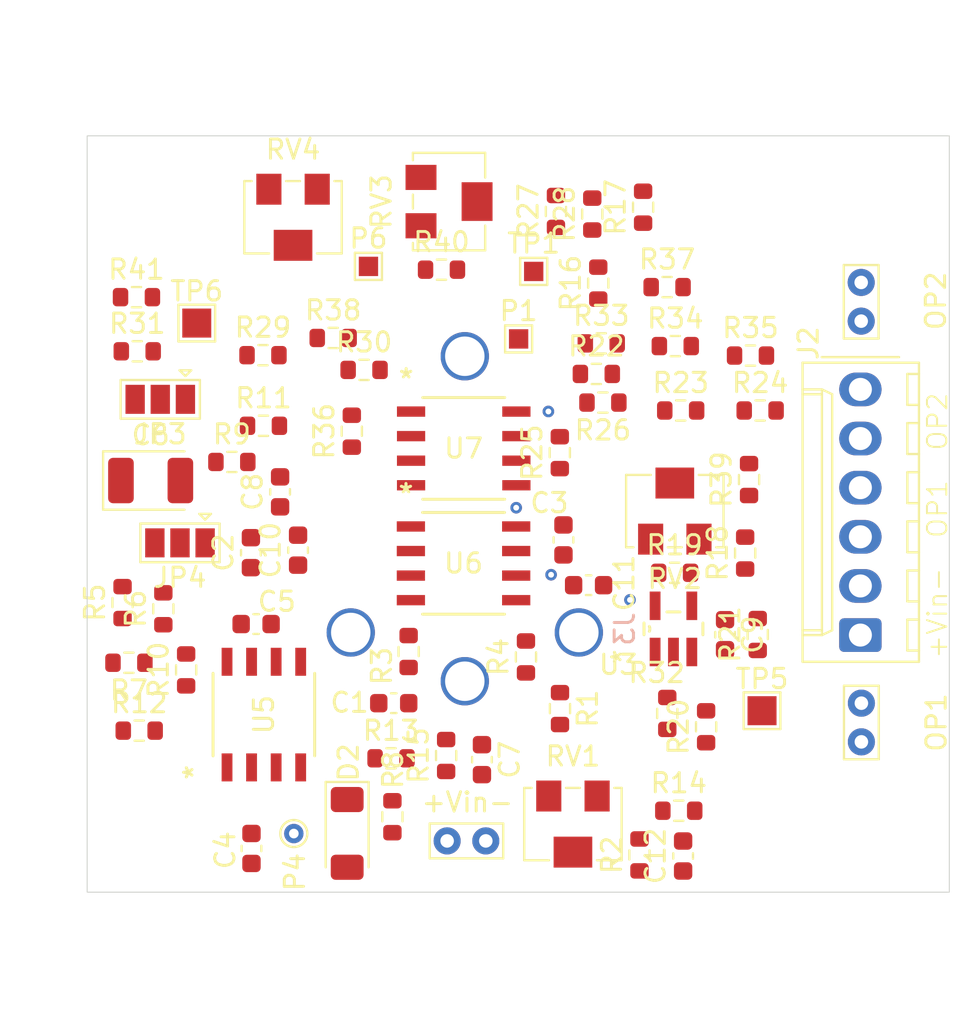
<source format=kicad_pcb>
(kicad_pcb (version 20240108) (generator "pcbnew") (generator_version "8.0")
  (layers (0 "F.Cu" signal) (31 "B.Cu" signal) (34 "B.Paste" user) (35 "F.Paste" user) (36 "B.SilkS" user "B.Silkscreen") (37 "F.SilkS" user "F.Silkscreen") (38 "B.Mask" user) (39 "F.Mask" user) (44 "Edge.Cuts" user))
  (net 0 "")
  (net 1 "Net-(C1-Pad2)")
  (net 2 "/Op-Amps/U1AO")
  (net 3 "/Op-Amps/U2AO")
  (net 4 "/Op-Amps/U2A-")
  (net 5 "/Op-Amps/U1B-")
  (net 6 "/Op-Amps/U1BO")
  (net 7 "/6V")
  (net 8 "GND")
  (net 9 "/2.5V")
  (net 10 "Net-(JP3-A)")
  (net 11 "/Op-Amps/U2B-")
  (net 12 "/Op-Amps/U2BO")
  (net 13 "/OP2")
  (net 14 "/Op-Amps/U3O")
  (net 15 "/Op-Amps/U3-")
  (net 16 "/OP1")
  (net 17 "/Vin")
  (net 18 "/CE")
  (net 19 "/Vmid")
  (net 20 "/Vce")
  (net 21 "/RE")
  (net 22 "/Op-Amps/U1A-")
  (net 23 "/WE1")
  (net 24 "/Voff")
  (net 25 "/WE2")
  (net 26 "/Vpot1")
  (net 27 "/Vpot2")
  (net 28 "Net-(R16-Pad2)")
  (net 29 "Net-(R18-Pad2)")
  (net 30 "Net-(R22-Pad2)")
  (net 31 "Net-(R23-Pad1)")
  (net 32 "Net-(R25-Pad1)")
  (net 33 "Net-(R26-Pad2)")
  (net 34 "/Op-Amps/U2B+")
  (net 35 "/Op-Amps/U3+")
  (footprint "Resistor_SMD:R_0603_1608Metric" (layer "F.Cu") (at 32.7367 30.46)
    (property "Reference" "R38" (at 0 -1.43 0) (layer "F.SilkS"))
    (property "Value" "180k")
    (pad "1" smd roundrect (at -0.825 0) (size 0.8 0.95) (layers "F.Cu" "F.Paste" "F.Mask") (net 30 "Net-(R22-Pad2)"))
    (pad "2" smd roundrect (at 0.825 0) (size 0.8 0.95) (layers "F.Cu" "F.Paste" "F.Mask") (net 15 "/Op-Amps/U3-"))
  )
  (footprint "Capacitor_Tantalum_SMD:CP_EIA-3528-12_Kemet-T" (layer "F.Cu") (at 23.2942 37.83)
    (property "Reference" "C6" (at 0 -2.35 0) (layer "F.SilkS"))
    (property "Value" "100uF/4V")
    (pad "1" smd roundrect (at -1.5375 0) (size 1.325 2.35) (layers "F.Cu" "F.Paste" "F.Mask") (roundrect_rratio 0.188679) (net 9 "/2.5V"))
    (pad "2" smd roundrect (at 1.5375 0) (size 1.325 2.35) (layers "F.Cu" "F.Paste" "F.Mask") (roundrect_rratio 0.188679) (net 10 "Net-(JP3-A)"))
  )
  (footprint "TestPoint:TestPoint_Bridge_Pitch2.0mm_Drill0.7mm" (layer "F.Cu") (at 60.0617 51.34 90)
    (property "Reference" "OP1" (at 1 3.88 90) (layer "F.SilkS"))
    (property "Value" "TestPoint_Bridge_Pitch2.0mm_Drill0.7mm")
    (pad "1" thru_hole circle (at 0 0 90) (size 1.4 1.4) (drill 0.7) (layers "*.Cu" "*.Mask") (net 16 "/OP1"))
    (pad "1" thru_hole circle (at 2 0 90) (size 1.4 1.4) (drill 0.7) (layers "*.Cu" "*.Mask") (net 8 "GND"))
  )
  (footprint "TestPoint:TestPoint_THTPad_D1.0mm_Drill0.5mm" (layer "F.Cu") (at 30.7 56.08)
    (property "Reference" "P4" (at 0.05 1.99 90) (layer "F.SilkS"))
    (property "Value" "TestPoint_THTPad_D1.0mm_Drill0.5mm")
    (pad "1" thru_hole circle (at 0 0) (size 1 1) (drill 0.5) (layers "*.Cu" "*.Mask") (net 7 "/6V"))
  )
  (footprint "Resistor_SMD:R_0603_1608Metric" (layer "F.Cu") (at 54.25 37.78 90)
    (property "Reference" "R39" (at 0 -1.43 90) (layer "F.SilkS"))
    (property "Value" "200k")
    (pad "1" smd roundrect (at -0.825 0 90) (size 0.8 0.95) (layers "F.Cu" "F.Paste" "F.Mask") (net 35 "/Op-Amps/U3+"))
    (pad "2" smd roundrect (at 0.825 0 90) (size 0.8 0.95) (layers "F.Cu" "F.Paste" "F.Mask") (net 6 "/Op-Amps/U1BO"))
  )
  (footprint "Resistor_SMD:R_0603_1608Metric" (layer "F.Cu") (at 22.6 31.15)
    (property "Reference" "R31" (at 0 -1.43 0) (layer "F.SilkS"))
    (property "Value" "180k")
    (pad "1" smd roundrect (at -0.825 0) (size 0.8 0.95) (layers "F.Cu" "F.Paste" "F.Mask") (net 33 "Net-(R26-Pad2)"))
    (pad "2" smd roundrect (at 0.825 0) (size 0.8 0.95) (layers "F.Cu" "F.Paste" "F.Mask") (net 11 "/Op-Amps/U2B-"))
  )
  (footprint "Resistor_SMD:R_0603_1608Metric" (layer "F.Cu") (at 35.8 55.21 -90)
    (property "Reference" "R8" (at -2.42 -0.03 90) (layer "F.SilkS"))
    (property "Value" "22R")
    (pad "1" smd roundrect (at -0.825 0 270) (size 0.8 0.95) (layers "F.Cu" "F.Paste" "F.Mask") (net 7 "/6V"))
    (pad "2" smd roundrect (at 0.825 0 270) (size 0.8 0.95) (layers "F.Cu" "F.Paste" "F.Mask") (net 17 "/Vin"))
  )
  (footprint "Potentiometer_SMD:Potentiometer_Bourns_3214W_Vertical" (layer "F.Cu") (at 50.41 39.41 180)
    (property "Reference" "RV2" (at 0 -3.5 360) (layer "F.SilkS"))
    (property "Value" "NC")
    (pad "1" smd rect (at 1.25 -1.45 180) (size 1.3 1.6) (layers "F.Cu" "F.Paste" "F.Mask") (net 6 "/Op-Amps/U1BO"))
    (pad "2" smd rect (at 0 1.45 180) (size 2 1.6) (layers "F.Cu" "F.Paste" "F.Mask") (net 29 "Net-(R18-Pad2)"))
    (pad "3" smd rect (at -1.25 -1.45 180) (size 1.3 1.6) (layers "F.Cu" "F.Paste" "F.Mask") (net 29 "Net-(R18-Pad2)"))
  )
  (footprint "Resistor_SMD:R_0603_1608Metric" (layer "F.Cu") (at 48.77 23.7 90)
    (property "Reference" "R17" (at 0 -1.43 90) (layer "F.SilkS"))
    (property "Value" "47k")
    (pad "1" smd roundrect (at -0.825 0 90) (size 0.8 0.95) (layers "F.Cu" "F.Paste" "F.Mask") (net 3 "/Op-Amps/U2AO"))
    (pad "2" smd roundrect (at 0.825 0 90) (size 0.8 0.95) (layers "F.Cu" "F.Paste" "F.Mask") (net 28 "Net-(R16-Pad2)"))
  )
  (footprint "Resistor_SMD:R_0603_1608Metric" (layer "F.Cu") (at 50.0117 27.83)
    (property "Reference" "R37" (at 0 -1.43 0) (layer "F.SilkS"))
    (property "Value" "NC")
    (pad "1" smd roundrect (at -0.825 0) (size 0.8 0.95) (layers "F.Cu" "F.Paste" "F.Mask") (net 30 "Net-(R22-Pad2)"))
    (pad "2" smd roundrect (at 0.825 0) (size 0.8 0.95) (layers "F.Cu" "F.Paste" "F.Mask") (net 35 "/Op-Amps/U3+"))
  )
  (footprint "Capacitor_SMD:C_0603_1608Metric" (layer "F.Cu") (at 30.92 41.43 90)
    (property "Reference" "C10" (at 0 -1.43 90) (layer "F.SilkS"))
    (property "Value" "220pF")
    (pad "1" smd roundrect (at -0.775 0 90) (size 0.9 0.95) (layers "F.Cu" "F.Paste" "F.Mask") (net 8 "GND"))
    (pad "2" smd roundrect (at 0.775 0 90) (size 0.9 0.95) (layers "F.Cu" "F.Paste" "F.Mask") (net 16 "/OP1"))
  )
  (footprint "Resistor_SMD:R_0603_1608Metric" (layer "F.Cu") (at 36.64 46.67 90)
    (property "Reference" "R3" (at -0.75 -1.39 90) (layer "F.SilkS"))
    (property "Value" "10k")
    (pad "1" smd roundrect (at -0.825 0 90) (size 0.8 0.95) (layers "F.Cu" "F.Paste" "F.Mask") (net 1 "Net-(C1-Pad2)"))
    (pad "2" smd roundrect (at 0.825 0 90) (size 0.8 0.95) (layers "F.Cu" "F.Paste" "F.Mask") (net 22 "/Op-Amps/U1A-"))
  )
  (footprint "Resistor_SMD:R_0603_1608Metric" (layer "F.Cu") (at 23.95 44.46 90)
    (property "Reference" "R6" (at 0 -1.43 90) (layer "F.SilkS"))
    (property "Value" "NC")
    (pad "1" smd roundrect (at -0.825 0 90) (size 0.8 0.95) (layers "F.Cu" "F.Paste" "F.Mask") (net 3 "/Op-Amps/U2AO"))
    (pad "2" smd roundrect (at 0.825 0 90) (size 0.8 0.95) (layers "F.Cu" "F.Paste" "F.Mask") (net 5 "/Op-Amps/U1B-"))
  )
  (footprint "Diode_SMD:D_MiniMELF" (layer "F.Cu") (at 33.46 56.0725 -90)
    (property "Reference" "D2" (at -3.6675 -0.07 90) (layer "F.SilkS"))
    (property "Value" "D_Zener")
    (pad "1" smd roundrect (at -1.75 0 270) (size 1.3 1.7) (layers "F.Cu" "F.Paste" "F.Mask") (roundrect_rratio 0.1923076923) (net 7 "/6V"))
    (pad "2" smd roundrect (at 1.75 0 270) (size 1.3 1.7) (layers "F.Cu" "F.Paste" "F.Mask") (roundrect_rratio 0.1923076923) (net 8 "GND"))
  )
  (footprint "Resistor_SMD:R_0603_1608Metric" (layer "F.Cu") (at 22.56 28.35)
    (property "Reference" "R41" (at 0 -1.43 0) (layer "F.SilkS"))
    (property "Value" "22k")
    (pad "1" smd roundrect (at -0.825 0) (size 0.8 0.95) (layers "F.Cu" "F.Paste" "F.Mask") (net 16 "/OP1"))
    (pad "2" smd roundrect (at 0.825 0) (size 0.8 0.95) (layers "F.Cu" "F.Paste" "F.Mask") (net 8 "GND"))
  )
  (footprint "Resistor_SMD:R_0603_1608Metric" (layer "F.Cu") (at 46.45 27.625 90)
    (property "Reference" "R16" (at 0 -1.43 90) (layer "F.SilkS"))
    (property "Value" "100k")
    (pad "1" smd roundrect (at -0.825 0 90) (size 0.8 0.95) (layers "F.Cu" "F.Paste" "F.Mask") (net 4 "/Op-Amps/U2A-"))
    (pad "2" smd roundrect (at 0.825 0 90) (size 0.8 0.95) (layers "F.Cu" "F.Paste" "F.Mask") (net 28 "Net-(R16-Pad2)"))
  )
  (footprint "Jumper:SolderJumper-3_P1.3mm_Open_Pad1.0x1.5mm" (layer "F.Cu") (at 24.8117 41.0525 180)
    (property "Reference" "JP4" (at 0 -1.8 0) (layer "F.SilkS"))
    (property "Value" "SolderJumper_3_Open")
    (pad "1" smd rect (at -1.3 0 180) (size 1 1.5) (layers "F.Cu" "F.Mask") (net 10 "Net-(JP3-A)"))
    (pad "2" smd rect (at 0 0 180) (size 1 1.5) (layers "F.Cu" "F.Mask") (net 20 "/Vce"))
    (pad "3" smd rect (at 1.3 0 180) (size 1 1.5) (layers "F.Cu" "F.Mask") (net 9 "/2.5V"))
  )
  (footprint "Resistor_SMD:R_0603_1608Metric" (layer "F.Cu") (at 54.7 45.79 90)
    (property "Reference" "R21" (at 0 -1.43 90) (layer "F.SilkS"))
    (property "Value" "1M")
    (pad "1" smd roundrect (at -0.825 0 90) (size 0.8 0.95) (layers "F.Cu" "F.Paste" "F.Mask") (net 16 "/OP1"))
    (pad "2" smd roundrect (at 0.825 0 90) (size 0.8 0.95) (layers "F.Cu" "F.Paste" "F.Mask") (net 15 "/Op-Amps/U3-"))
  )
  (footprint "Resistor_SMD:R_0603_1608Metric" (layer "F.Cu") (at 50.615 54.9)
    (property "Reference" "R14" (at 0 -1.43 0) (layer "F.SilkS"))
    (property "Value" "0R")
    (pad "1" smd roundrect (at -0.825 0) (size 0.8 0.95) (layers "F.Cu" "F.Paste" "F.Mask") (net 9 "/2.5V"))
    (pad "2" smd roundrect (at 0.825 0) (size 0.8 0.95) (layers "F.Cu" "F.Paste" "F.Mask") (net 27 "/Vpot2"))
  )
  (footprint "Capacitor_SMD:C_0603_1608Metric" (layer "F.Cu") (at 28.75 45.25 180)
    (property "Reference" "C5" (at -1.07 1.16 0) (layer "F.SilkS"))
    (property "Value" "100nF")
    (pad "1" smd roundrect (at -0.775 0 180) (size 0.9 0.95) (layers "F.Cu" "F.Paste" "F.Mask") (net 9 "/2.5V"))
    (pad "2" smd roundrect (at 0.775 0 180) (size 0.9 0.95) (layers "F.Cu" "F.Paste" "F.Mask") (net 8 "GND"))
  )
  (footprint "Capacitor_SMD:C_0603_1608Metric" (layer "F.Cu") (at 40.4317 52.26 -90)
    (property "Reference" "C7" (at 0 -1.43 90) (layer "F.SilkS"))
    (property "Value" "10nF")
    (pad "1" smd roundrect (at -0.775 0 270) (size 0.9 0.95) (layers "F.Cu" "F.Paste" "F.Mask") (net 11 "/Op-Amps/U2B-"))
    (pad "2" smd roundrect (at 0.775 0 270) (size 0.9 0.95) (layers "F.Cu" "F.Paste" "F.Mask") (net 12 "/Op-Amps/U2BO"))
  )
  (footprint "Resistor_SMD:R_0603_1608Metric" (layer "F.Cu") (at 52.03 50.56 90)
    (property "Reference" "R20" (at 0 -1.43 90) (layer "F.SilkS"))
    (property "Value" "NC")
    (pad "1" smd roundrect (at -0.825 0 90) (size 0.8 0.95) (layers "F.Cu" "F.Paste" "F.Mask") (net 15 "/Op-Amps/U3-"))
    (pad "2" smd roundrect (at 0.825 0 90) (size 0.8 0.95) (layers "F.Cu" "F.Paste" "F.Mask") (net 6 "/Op-Amps/U1BO"))
  )
  (footprint "Resistor_SMD:R_0603_1608Metric" (layer "F.Cu") (at 21.84 44.14 90)
    (property "Reference" "R5" (at 0 -1.43 90) (layer "F.SilkS"))
    (property "Value" "1M")
    (pad "1" smd roundrect (at -0.825 0 90) (size 0.8 0.95) (layers "F.Cu" "F.Paste" "F.Mask") (net 24 "/Voff"))
    (pad "2" smd roundrect (at 0.825 0 90) (size 0.8 0.95) (layers "F.Cu" "F.Paste" "F.Mask") (net 5 "/Op-Amps/U1B-"))
  )
  (footprint "Capacitor_SMD:C_0603_1608Metric" (layer "F.Cu") (at 29.99 38.415 90)
    (property "Reference" "C8" (at 0 -1.43 90) (layer "F.SilkS"))
    (property "Value" "220pF")
    (pad "1" smd roundrect (at -0.775 0 90) (size 0.9 0.95) (layers "F.Cu" "F.Paste" "F.Mask") (net 8 "GND"))
    (pad "2" smd roundrect (at 0.775 0 90) (size 0.9 0.95) (layers "F.Cu" "F.Paste" "F.Mask") (net 13 "/OP2"))
  )
  (footprint "Resistor_SMD:R_0603_1608Metric" (layer "F.Cu") (at 48.5817 57.185 90)
    (property "Reference" "R2" (at 0 -1.43 90) (layer "F.SilkS"))
    (property "Value" "10k")
    (pad "1" smd roundrect (at -0.825 0 90) (size 0.8 0.95) (layers "F.Cu" "F.Paste" "F.Mask") (net 21 "/RE"))
    (pad "2" smd roundrect (at 0.825 0 90) (size 0.8 0.95) (layers "F.Cu" "F.Paste" "F.Mask") (net 1 "Net-(C1-Pad2)"))
  )
  (footprint "Potentiometer_SMD:Potentiometer_Bourns_3214W_Vertical" (layer "F.Cu") (at 30.66 24.22)
    (property "Reference" "RV4" (at 0 -3.5 0) (layer "F.SilkS"))
    (property "Value" "NC")
    (pad "1" smd rect (at 1.25 -1.45) (size 1.3 1.6) (layers "F.Cu" "F.Paste" "F.Mask") (net 27 "/Vpot2"))
    (pad "2" smd rect (at 0 1.45) (size 2 1.6) (layers "F.Cu" "F.Paste" "F.Mask") (net 33 "Net-(R26-Pad2)"))
    (pad "3" smd rect (at -1.25 -1.45) (size 1.3 1.6) (layers "F.Cu" "F.Paste" "F.Mask") (net 32 "Net-(R25-Pad1)"))
  )
  (footprint "VR ISL21090 BFZ25:M8_15_INR" (layer "F.Cu") (at 29.15 49.93 90)
    (property "Reference" "U5" (at 0 0 90) (layer "F.SilkS"))
    (property "Value" "ISL21090BFB825Z-TK")
    (fp_text user "*" (at -2.9845 -3.6068 90) (layer "F.SilkS"))
    (fp_text user "*" (at -2.9845 -3.6068 90) (layer "F.SilkS"))
    (pad "1" smd rect (at -2.7305 -1.905 90) (size 1.4478 0.5588) (layers "F.Cu" "F.Paste" "F.Mask"))
    (pad "2" smd rect (at -2.7305 -0.635 90) (size 1.4478 0.5588) (layers "F.Cu" "F.Paste" "F.Mask") (net 7 "/6V"))
    (pad "3" smd rect (at -2.7305 0.635 90) (size 1.4478 0.5588) (layers "F.Cu" "F.Paste" "F.Mask"))
    (pad "4" smd rect (at -2.7305 1.905 90) (size 1.4478 0.5588) (layers "F.Cu" "F.Paste" "F.Mask") (net 8 "GND"))
    (pad "5" smd rect (at 2.7305 1.905 90) (size 1.4478 0.5588) (layers "F.Cu" "F.Paste" "F.Mask"))
    (pad "6" smd rect (at 2.7305 0.635 90) (size 1.4478 0.5588) (layers "F.Cu" "F.Paste" "F.Mask") (net 9 "/2.5V"))
    (pad "7" smd rect (at 2.7305 -0.635 90) (size 1.4478 0.5588) (layers "F.Cu" "F.Paste" "F.Mask"))
    (pad "8" smd rect (at 2.7305 -1.905 90) (size 1.4478 0.5588) (layers "F.Cu" "F.Paste" "F.Mask"))
  )
  (footprint "Resistor_SMD:R_0603_1608Metric" (layer "F.Cu") (at 50.435 30.88)
    (property "Reference" "R34" (at 0 -1.43 0) (layer "F.SilkS"))
    (property "Value" "22k")
    (pad "1" smd roundrect (at -0.825 0) (size 0.8 0.95) (layers "F.Cu" "F.Paste" "F.Mask") (net 8 "GND"))
    (pad "2" smd roundrect (at 0.825 0) (size 0.8 0.95) (layers "F.Cu" "F.Paste" "F.Mask") (net 13 "/OP2"))
  )
  (footprint "Resistor_SMD:R_0603_1608Metric" (layer "F.Cu") (at 46.35 32.32)
    (property "Reference" "R22" (at 0 -1.43 0) (layer "F.SilkS"))
    (property "Value" "4.7k")
    (pad "1" smd roundrect (at -0.825 0) (size 0.8 0.95) (layers "F.Cu" "F.Paste" "F.Mask") (net 26 "/Vpot1"))
    (pad "2" smd roundrect (at 0.825 0) (size 0.8 0.95) (layers "F.Cu" "F.Paste" "F.Mask") (net 30 "Net-(R22-Pad2)"))
  )
  (footprint "Resistor_SMD:R_0603_1608Metric" (layer "F.Cu") (at 50.715 34.21)
    (property "Reference" "R23" (at 0 -1.43 0) (layer "F.SilkS"))
    (property "Value" "200k")
    (pad "1" smd roundrect (at -0.825 0) (size 0.8 0.95) (layers "F.Cu" "F.Paste" "F.Mask") (net 31 "Net-(R23-Pad1)"))
    (pad "2" smd roundrect (at 0.825 0) (size 0.8 0.95) (layers "F.Cu" "F.Paste" "F.Mask") (net 8 "GND"))
  )
  (footprint "Resistor_SMD:R_0603_1608Metric" (layer "F.Cu") (at 44.47 49.62 -90)
    (property "Reference" "R1" (at 0 -1.43 90) (layer "F.SilkS"))
    (property "Value" "10R")
    (pad "1" smd roundrect (at -0.825 0 270) (size 0.8 0.95) (layers "F.Cu" "F.Paste" "F.Mask") (net 18 "/CE"))
    (pad "2" smd roundrect (at 0.825 0 270) (size 0.8 0.95) (layers "F.Cu" "F.Paste" "F.Mask") (net 2 "/Op-Amps/U1AO"))
  )
  (footprint "Capacitor_SMD:C_0603_1608Metric" (layer "F.Cu") (at 28.51 56.85 -90)
    (property "Reference" "C4" (at 0.09 1.36 90) (layer "F.SilkS"))
    (property "Value" "1uF")
    (pad "1" smd roundrect (at -0.775 0 270) (size 0.9 0.95) (layers "F.Cu" "F.Paste" "F.Mask") (net 7 "/6V"))
    (pad "2" smd roundrect (at 0.775 0 270) (size 0.9 0.95) (layers "F.Cu" "F.Paste" "F.Mask") (net 8 "GND"))
  )
  (footprint "MountingHole:MountingHole_3mm" (layer "F.Cu") (at 23.61 23.61)
    (property "Reference" "M4" (hide yes))
    (property "Value" "MountingHole_3mm")
    (pad "" np_thru_hole circle (at 0 0) (size 3 3) (drill 3) (layers "*.Cu" "*.Mask"))
  )
  (footprint "Jumper:SolderJumper-3_P1.3mm_Open_Pad1.0x1.5mm" (layer "F.Cu") (at 23.7917 33.6325 180)
    (property "Reference" "JP3" (at 0 -1.8 0) (layer "F.SilkS"))
    (property "Value" "SolderJumper_3_Open")
    (pad "1" smd rect (at -1.3 0 180) (size 1 1.5) (layers "F.Cu" "F.Mask") (net 10 "Net-(JP3-A)"))
    (pad "2" smd rect (at 0 0 180) (size 1 1.5) (layers "F.Cu" "F.Mask") (net 19 "/Vmid"))
    (pad "3" smd rect (at 1.3 0 180) (size 1 1.5) (layers "F.Cu" "F.Mask") (net 9 "/2.5V"))
  )
  (footprint "Resistor_SMD:R_0603_1608Metric" (layer "F.Cu") (at 44.26 23.92 90)
    (property "Reference" "R27" (at 0 -1.43 90) (layer "F.SilkS"))
    (property "Value" "4.7k")
    (pad "1" smd roundrect (at -0.825 0 90) (size 0.8 0.95) (layers "F.Cu" "F.Paste" "F.Mask") (net 33 "Net-(R26-Pad2)"))
    (pad "2" smd roundrect (at 0.825 0 90) (size 0.8 0.95) (layers "F.Cu" "F.Paste" "F.Mask") (net 32 "Net-(R25-Pad1)"))
  )
  (footprint "TestPoint:TestPoint_Pad_1.0x1.0mm" (layer "F.Cu") (at 34.56 26.76)
    (property "Reference" "P6" (at 0 -1.448 0) (layer "F.SilkS"))
    (property "Value" "~")
    (pad "1" smd rect (at 0 0) (size 1 1) (layers "F.Cu" "F.Mask") (net 3 "/Op-Amps/U2AO"))
  )
  (footprint "Potentiometer_SMD:Potentiometer_Bourns_3214W_Vertical" (layer "F.Cu") (at 45.14 55.59)
    (property "Reference" "RV1" (at 0 -3.5 0) (layer "F.SilkS"))
    (property "Value" "NC")
    (pad "1" smd rect (at 1.25 -1.45) (size 1.3 1.6) (layers "F.Cu" "F.Paste" "F.Mask") (net 3 "/Op-Amps/U2AO"))
    (pad "2" smd rect (at 0 1.45) (size 2 1.6) (layers "F.Cu" "F.Paste" "F.Mask") (net 28 "Net-(R16-Pad2)"))
    (pad "3" smd rect (at -1.25 -1.45) (size 1.3 1.6) (layers "F.Cu" "F.Paste" "F.Mask") (net 28 "Net-(R16-Pad2)"))
  )
  (footprint "TLV27L1DBVR:DBV5" (layer "F.Cu") (at 50.34 45.5 90)
    (property "Reference" "U3" (at -1.85 -2.8417 0) (layer "F.SilkS"))
    (property "Value" "TLV27L1IDBVR")
    (fp_text user "*" (at -1.4478 -2.6518 90) (layer "F.SilkS"))
    (fp_text user "*" (at -1.4478 -2.6518 90) (layer "F.SilkS"))
    (pad "1" smd rect (at -1.1938 0.950001 270) (size 1.4732 0.5588) (layers "F.Cu" "F.Paste" "F.Mask") (net 14 "/Op-Amps/U3O"))
    (pad "2" smd rect (at -1.1938 0 90) (size 1.4732 0.5588) (layers "F.Cu" "F.Paste" "F.Mask") (net 8 "GND"))
    (pad "3" smd rect (at -1.1938 -0.950001 270) (size 1.4732 0.5588) (layers "F.Cu" "F.Paste" "F.Mask") (net 35 "/Op-Amps/U3+"))
    (pad "4" smd rect (at 1.1938 0.950001 90) (size 1.4732 0.5588) (layers "F.Cu" "F.Paste" "F.Mask") (net 15 "/Op-Amps/U3-"))
    (pad "5" smd rect (at 1.1938 -0.950001 90) (size 1.4732 0.5588) (layers "F.Cu" "F.Paste" "F.Mask") (net 7 "/6V"))
  )
  (footprint "Capacitor_SMD:C_0603_1608Metric" (layer "F.Cu") (at 53.01 45.8 -90)
    (property "Reference" "C9" (at 0 -1.43 90) (layer "F.SilkS"))
    (property "Value" "10nF")
    (pad "1" smd roundrect (at -0.775 0 270) (size 0.9 0.95) (layers "F.Cu" "F.Paste" "F.Mask") (net 15 "/Op-Amps/U3-"))
    (pad "2" smd roundrect (at 0.775 0 270) (size 0.9 0.95) (layers "F.Cu" "F.Paste" "F.Mask") (net 14 "/Op-Amps/U3O"))
  )
  (footprint "TestPoint:TestPoint_Pad_1.0x1.0mm" (layer "F.Cu") (at 42.33 30.51)
    (property "Reference" "P1" (at 0 -1.448 0) (layer "F.SilkS"))
    (property "Value" "~")
    (pad "1" smd rect (at 0 0) (size 1 1) (layers "F.Cu" "F.Mask") (net 6 "/Op-Amps/U1BO"))
  )
  (footprint "Potentiometer_SMD:Potentiometer_Bourns_3214W_Vertical" (layer "F.Cu") (at 38.73 23.41 90)
    (property "Reference" "RV3" (at 0 -3.5 90) (layer "F.SilkS"))
    (property "Value" "NC")
    (pad "1" smd rect (at 1.25 -1.45 90) (size 1.3 1.6) (layers "F.Cu" "F.Paste" "F.Mask") (net 26 "/Vpot1"))
    (pad "2" smd rect (at 0 1.45 90) (size 2 1.6) (layers "F.Cu" "F.Paste" "F.Mask") (net 30 "Net-(R22-Pad2)"))
    (pad "3" smd rect (at -1.25 -1.45 90) (size 1.3 1.6) (layers "F.Cu" "F.Paste" "F.Mask") (net 31 "Net-(R23-Pad1)"))
  )
  (footprint "LT 6011A Opamp:SO-8_S_LIT" (layer "F.Cu") (at 39.49 36.17)
    (property "Reference" "U7" (at 0 0 0) (layer "F.SilkS"))
    (property "Value" "LT6011ACS8-PBF")
    (fp_text user "*" (at -2.97815 -3.5814 0) (layer "F.SilkS"))
    (fp_text user "*" (at -2.97815 -3.5814 0) (layer "F.SilkS"))
    (pad "1" smd rect (at -2.72415 -1.905) (size 1.4605 0.5334) (layers "F.Cu" "F.Paste" "F.Mask") (net 3 "/Op-Amps/U2AO"))
    (pad "2" smd rect (at -2.72415 -0.635) (size 1.4605 0.5334) (layers "F.Cu" "F.Paste" "F.Mask") (net 4 "/Op-Amps/U2A-"))
    (pad "3" smd rect (at -2.72415 0.635) (size 1.4605 0.5334) (layers "F.Cu" "F.Paste" "F.Mask") (net 19 "/Vmid"))
    (pad "4" smd rect (at -2.72415 1.905) (size 1.4605 0.5334) (layers "F.Cu" "F.Paste" "F.Mask") (net 8 "GND"))
    (pad "5" smd rect (at 2.72415 1.905) (size 1.4605 0.5334) (layers "F.Cu" "F.Paste" "F.Mask") (net 34 "/Op-Amps/U2B+"))
    (pad "6" smd rect (at 2.72415 0.635) (size 1.4605 0.5334) (layers "F.Cu" "F.Paste" "F.Mask") (net 11 "/Op-Amps/U2B-"))
    (pad "7" smd rect (at 2.72415 -0.635) (size 1.4605 0.5334) (layers "F.Cu" "F.Paste" "F.Mask") (net 12 "/Op-Amps/U2BO"))
    (pad "8" smd rect (at 2.72415 -1.905) (size 1.4605 0.5334) (layers "F.Cu" "F.Paste" "F.Mask") (net 7 "/6V"))
  )
  (footprint "Capacitor_SMD:C_0603_1608Metric" (layer "F.Cu") (at 44.65 40.9 90)
    (property "Reference" "C3" (at 1.91 -0.73 180) (layer "F.SilkS"))
    (property "Value" "220nF")
    (pad "1" smd roundrect (at -0.775 0 90) (size 0.9 0.95) (layers "F.Cu" "F.Paste" "F.Mask") (net 5 "/Op-Amps/U1B-"))
    (pad "2" smd roundrect (at 0.775 0 90) (size 0.9 0.95) (layers "F.Cu" "F.Paste" "F.Mask") (net 6 "/Op-Amps/U1BO"))
  )
  (footprint "Resistor_SMD:R_0603_1608Metric" (layer "F.Cu") (at 29.13 35)
    (property "Reference" "R11" (at 0 -1.43 0) (layer "F.SilkS"))
    (property "Value" "1M")
    (pad "1" smd roundrect (at -0.825 0) (size 0.8 0.95) (layers "F.Cu" "F.Paste" "F.Mask") (net 9 "/2.5V"))
    (pad "2" smd roundrect (at 0.825 0) (size 0.8 0.95) (layers "F.Cu" "F.Paste" "F.Mask") (net 24 "/Voff"))
  )
  (footprint "Resistor_SMD:R_0603_1608Metric" (layer "F.Cu") (at 42.71 46.95 90)
    (property "Reference" "R4" (at 0 -1.43 90) (layer "F.SilkS"))
    (property "Value" "47R")
    (pad "1" smd roundrect (at -0.825 0 90) (size 0.8 0.95) (layers "F.Cu" "F.Paste" "F.Mask") (net 23 "/WE1"))
    (pad "2" smd roundrect (at 0.825 0 90) (size 0.8 0.95) (layers "F.Cu" "F.Paste" "F.Mask") (net 5 "/Op-Amps/U1B-"))
  )
  (footprint "MountingHole:MountingHole_3mm" (layer "F.Cu") (at 23.61 55.61)
    (property "Reference" "M3" (hide yes))
    (property "Value" "MountingHole_3mm")
    (pad "" np_thru_hole circle (at 0 0) (size 3 3) (drill 3) (layers "*.Cu" "*.Mask"))
  )
  (footprint "Capacitor_SMD:C_0603_1608Metric" (layer "F.Cu") (at 35.87 49.34)
    (property "Reference" "C1" (at -2.29 -0.03 0) (layer "F.SilkS"))
    (property "Value" "1uF")
    (pad "1" smd roundrect (at -0.775 0) (size 0.9 0.95) (layers "F.Cu" "F.Paste" "F.Mask") (net 2 "/Op-Amps/U1AO"))
    (pad "2" smd roundrect (at 0.775 0) (size 0.9 0.95) (layers "F.Cu" "F.Paste" "F.Mask") (net 1 "Net-(C1-Pad2)"))
  )
  (footprint "Capacitor_SMD:C_0603_1608Metric" (layer "F.Cu") (at 45.95 43.24)
    (property "Reference" "C11" (at 1.84 -0.11 90) (layer "F.SilkS"))
    (property "Value" "C0805C104K5RACTU")
    (pad "1" smd roundrect (at -0.775 0) (size 0.9 0.95) (layers "F.Cu" "F.Paste" "F.Mask") (net 8 "GND"))
    (pad "2" smd roundrect (at 0.775 0) (size 0.9 0.95) (layers "F.Cu" "F.Paste" "F.Mask") (net 7 "/6V"))
  )
  (footprint "Resistor_SMD:R_0603_1608Metric" (layer "F.Cu") (at 27.495 36.87)
    (property "Reference" "R9" (at 0 -1.43 0) (layer "F.SilkS"))
    (property "Value" "30k")
    (pad "1" smd roundrect (at -0.825 0) (size 0.8 0.95) (layers "F.Cu" "F.Paste" "F.Mask") (net 9 "/2.5V"))
    (pad "2" smd roundrect (at 0.825 0) (size 0.8 0.95) (layers "F.Cu" "F.Paste" "F.Mask") (net 10 "Net-(JP3-A)"))
  )
  (footprint "TestPoint:TestPoint_Pad_1.5x1.5mm" (layer "F.Cu") (at 54.9217 49.73)
    (property "Reference" "TP5" (at 0 -1.648 0) (layer "F.SilkS"))
    (property "Value" "TestPoint")
    (pad "1" smd rect (at 0 0) (size 1.5 1.5) (layers "F.Cu" "F.Mask") (net 8 "GND"))
  )
  (footprint "Connector_Molex:Molex_KK-254_AE-6410-06A_1x06_P2.54mm_Vertical" (layer "F.Cu") (at 60.01 33.12 -90)
    (property "Reference" "J2" (at -2.39 2.69 90) (layer "F.SilkS"))
    (property "Value" "Conn_01x06_Pin")
    (pad "1" thru_hole roundrect (at 12.7 0 90) (size 1.74 2.19) (drill 1.19) (layers "*.Cu" "*.Mask") (roundrect_rratio 0.143678) (net 17 "/Vin"))
    (pad "2" thru_hole oval (at 10.16 0 90) (size 1.74 2.19) (drill 1.19) (layers "*.Cu" "*.Mask") (net 8 "GND"))
    (pad "3" thru_hole oval (at 7.62 0 90) (size 1.74 2.19) (drill 1.19) (layers "*.Cu" "*.Mask") (net 16 "/OP1"))
    (pad "4" thru_hole oval (at 5.08 0 90) (size 1.74 2.19) (drill 1.19) (layers "*.Cu" "*.Mask") (net 8 "GND"))
    (pad "5" thru_hole oval (at 2.54 0 90) (size 1.74 2.19) (drill 1.19) (layers "*.Cu" "*.Mask") (net 13 "/OP2"))
    (pad "6" thru_hole oval (at 0 0 90) (size 1.74 2.19) (drill 1.19) (layers "*.Cu" "*.Mask") (net 8 "GND"))
  )
  (footprint "Capacitor_SMD:C_0603_1608Metric" (layer "F.Cu") (at 50.84 57.24 90)
    (property "Reference" "C12" (at 0 -1.43 90) (layer "F.SilkS"))
    (property "Value" "C0805C104K5RACTU")
    (pad "1" smd roundrect (at -0.775 0 90) (size 0.9 0.95) (layers "F.Cu" "F.Paste" "F.Mask") (net 8 "GND"))
    (pad "2" smd roundrect (at 0.775 0 90) (size 0.9 0.95) (layers "F.Cu" "F.Paste" "F.Mask") (net 7 "/6V"))
  )
  (footprint "LT 6011A Opamp:SO-8_S_LIT" (layer "F.Cu") (at 39.48 42.11)
    (property "Reference" "U6" (at 0 0 0) (layer "F.SilkS"))
    (property "Value" "LT6011ACS8-PBF")
    (fp_text user "*" (at -2.97815 -3.5814 0) (layer "F.SilkS"))
    (fp_text user "*" (at -2.97815 -3.5814 0) (layer "F.SilkS"))
    (pad "1" smd rect (at -2.72415 -1.905) (size 1.4605 0.5334) (layers "F.Cu" "F.Paste" "F.Mask") (net 2 "/Op-Amps/U1AO"))
    (pad "2" smd rect (at -2.72415 -0.635) (size 1.4605 0.5334) (layers "F.Cu" "F.Paste" "F.Mask") (net 22 "/Op-Amps/U1A-"))
    (pad "3" smd rect (at -2.72415 0.635) (size 1.4605 0.5334) (layers "F.Cu" "F.Paste" "F.Mask") (net 20 "/Vce"))
    (pad "4" smd rect (at -2.72415 1.905) (size 1.4605 0.5334) (layers "F.Cu" "F.Paste" "F.Mask") (net 8 "GND"))
    (pad "5" smd rect (at 2.72415 1.905) (size 1.4605 0.5334) (layers "F.Cu" "F.Paste" "F.Mask") (net 19 "/Vmid"))
    (pad "6" smd rect (at 2.72415 0.635) (size 1.4605 0.5334) (layers "F.Cu" "F.Paste" "F.Mask") (net 5 "/Op-Amps/U1B-"))
    (pad "7" smd rect (at 2.72415 -0.635) (size 1.4605 0.5334) (layers "F.Cu" "F.Paste" "F.Mask") (net 6 "/Op-Amps/U1BO"))
    (pad "8" smd rect (at 2.72415 -1.905) (size 1.4605 0.5334) (layers "F.Cu" "F.Paste" "F.Mask") (net 7 "/6V"))
  )
  (footprint "Resistor_SMD:R_0603_1608Metric" (layer "F.Cu") (at 50.4 42.6)
    (property "Reference" "R19" (at 0 -1.43 360) (layer "F.SilkS"))
    (property "Value" "47k")
    (pad "1" smd roundrect (at -0.825 0) (size 0.8 0.95) (layers "F.Cu" "F.Paste" "F.Mask") (net 6 "/Op-Amps/U1BO"))
    (pad "2" smd roundrect (at 0.825 0) (size 0.8 0.95) (layers "F.Cu" "F.Paste" "F.Mask") (net 29 "Net-(R18-Pad2)"))
  )
  (footprint "TestPoint:TestPoint_Bridge_Pitch2.0mm_Drill0.7mm" (layer "F.Cu") (at 38.6317 56.46)
    (property "Reference" "+Vin-" (at 1.05 -2 0) (layer "F.SilkS"))
    (property "Value" "TestPoint_Bridge_Pitch2.0mm_Drill0.7mm")
    (pad "1" thru_hole circle (at 0 0) (size 1.4 1.4) (drill 0.7) (layers "*.Cu" "*.Mask") (net 17 "/Vin"))
    (pad "1" thru_hole circle (at 2 0) (size 1.4 1.4) (drill 0.7) (layers "*.Cu" "*.Mask") (net 8 "GND"))
  )
  (footprint "MountingHole:MountingHole_3mm" (layer "F.Cu") (at 55.61 55.61)
    (property "Reference" "M2" (hide yes))
    (property "Value" "MountingHole_3mm")
    (pad "" np_thru_hole circle (at 0 0) (size 3 3) (drill 3) (layers "*.Cu" "*.Mask"))
  )
  (footprint "Resistor_SMD:R_0603_1608Metric" (layer "F.Cu") (at 46.605 30.74)
    (property "Reference" "R33" (at 0 -1.43 0) (layer "F.SilkS"))
    (property "Value" "100R")
    (pad "1" smd roundrect (at -0.825 0) (size 0.8 0.95) (layers "F.Cu" "F.Paste" "F.Mask") (net 12 "/Op-Amps/U2BO"))
    (pad "2" smd roundrect (at 0.825 0) (size 0.8 0.95) (layers "F.Cu" "F.Paste" "F.Mask") (net 13 "/OP2"))
  )
  (footprint "Resistor_SMD:R_0603_1608Metric" (layer "F.Cu") (at 54.05 41.58 90)
    (property "Reference" "R18" (at 0 -1.43 90) (layer "F.SilkS"))
    (property "Value" "100k")
    (pad "1" smd roundrect (at -0.825 0 90) (size 0.8 0.95) (layers "F.Cu" "F.Paste" "F.Mask") (net 5 "/Op-Amps/U1B-"))
    (pad "2" smd roundrect (at 0.825 0 90) (size 0.8 0.95) (layers "F.Cu" "F.Paste" "F.Mask") (net 29 "Net-(R18-Pad2)"))
  )
  (footprint "Resistor_SMD:R_0603_1608Metric" (layer "F.Cu") (at 34.335 32.11)
    (property "Reference" "R30" (at 0 -1.43 0) (layer "F.SilkS"))
    (property "Value" "200k")
    (pad "1" smd roundrect (at -0.825 0) (size 0.8 0.95) (layers "F.Cu" "F.Paste" "F.Mask") (net 3 "/Op-Amps/U2AO"))
    (pad "2" smd roundrect (at 0.825 0) (size 0.8 0.95) (layers "F.Cu" "F.Paste" "F.Mask") (net 34 "/Op-Amps/U2B+"))
  )
  (footprint "Resistor_SMD:R_0603_1608Metric" (layer "F.Cu") (at 29.105 31.35)
    (property "Reference" "R29" (at 0 -1.43 0) (layer "F.SilkS"))
    (property "Value" "1M")
    (pad "1" smd roundrect (at -0.825 0) (size 0.8 0.95) (layers "F.Cu" "F.Paste" "F.Mask") (net 8 "GND"))
    (pad "2" smd roundrect (at 0.825 0) (size 0.8 0.95) (layers "F.Cu" "F.Paste" "F.Mask") (net 34 "/Op-Amps/U2B+"))
  )
  (footprint "Resistor_SMD:R_0603_1608Metric" (layer "F.Cu") (at 33.7 35.28 90)
    (property "Reference" "R36" (at 0 -1.43 90) (layer "F.SilkS"))
    (property "Value" "1M")
    (pad "1" smd roundrect (at -0.825 0 90) (size 0.8 0.95) (layers "F.Cu" "F.Paste" "F.Mask") (net 35 "/Op-Amps/U3+"))
    (pad "2" smd roundrect (at 0.825 0 90) (size 0.8 0.95) (layers "F.Cu" "F.Paste" "F.Mask") (net 8 "GND"))
  )
  (footprint "Resistor_SMD:R_0603_1608Metric" (layer "F.Cu") (at 22.7017 50.76)
    (property "Reference" "R12" (at 0 -1.43 0) (layer "F.SilkS"))
    (property "Value" "10k")
    (pad "1" smd roundrect (at -0.825 0) (size 0.8 0.95) (layers "F.Cu" "F.Paste" "F.Mask") (net 24 "/Voff"))
    (pad "2" smd roundrect (at 0.825 0) (size 0.8 0.95) (layers "F.Cu" "F.Paste" "F.Mask") (net 10 "Net-(JP3-A)"))
  )
  (footprint "Resistor_SMD:R_0603_1608Metric" (layer "F.Cu") (at 46.69 33.8 180)
    (property "Reference" "R26" (at 0 -1.43 360) (layer "F.SilkS"))
    (property "Value" "4.7k")
    (pad "1" smd roundrect (at -0.825 0 180) (size 0.8 0.95) (layers "F.Cu" "F.Paste" "F.Mask") (net 27 "/Vpot2"))
    (pad "2" smd roundrect (at 0.825 0 180) (size 0.8 0.95) (layers "F.Cu" "F.Paste" "F.Mask") (net 33 "Net-(R26-Pad2)"))
  )
  (footprint "TestPoint:TestPoint_Pad_1.0x1.0mm" (layer "F.Cu") (at 43.11 27.02)
    (property "Reference" "TP1" (at 0 -1.448 0) (layer "F.SilkS"))
    (property "Value" "TestPoint")
    (pad "1" smd rect (at 0 0) (size 1 1) (layers "F.Cu" "F.Mask") (net 2 "/Op-Amps/U1AO"))
  )
  (footprint "Resistor_SMD:R_0603_1608Metric" (layer "F.Cu") (at 35.73 52.19)
    (property "Reference" "R13" (at 0 -1.43 0) (layer "F.SilkS"))
    (property "Value" "0R")
    (pad "1" smd roundrect (at -0.825 0) (size 0.8 0.95) (layers "F.Cu" "F.Paste" "F.Mask") (net 9 "/2.5V"))
    (pad "2" smd roundrect (at 0.825 0) (size 0.8 0.95) (layers "F.Cu" "F.Paste" "F.Mask") (net 26 "/Vpot1"))
  )
  (footprint "Resistor_SMD:R_0603_1608Metric" (layer "F.Cu") (at 50.02 49.87 90)
    (property "Reference" "R32" (at 2.1 -0.55 180) (layer "F.SilkS"))
    (property "Value" "1M")
    (pad "1" smd roundrect (at -0.825 0 90) (size 0.8 0.95) (layers "F.Cu" "F.Paste" "F.Mask") (net 11 "/Op-Amps/U2B-"))
    (pad "2" smd roundrect (at 0.825 0 90) (size 0.8 0.95) (layers "F.Cu" "F.Paste" "F.Mask") (net 13 "/OP2"))
  )
  (footprint "Resistor_SMD:R_0603_1608Metric" (layer "F.Cu") (at 54.325 31.37)
    (property "Reference" "R35" (at 0 -1.43 0) (layer "F.SilkS"))
    (property "Value" "NC")
    (pad "1" smd roundrect (at -0.825 0) (size 0.8 0.95) (layers "F.Cu" "F.Paste" "F.Mask") (net 3 "/Op-Amps/U2AO"))
    (pad "2" smd roundrect (at 0.825 0) (size 0.8 0.95) (layers "F.Cu" "F.Paste" "F.Mask") (net 11 "/Op-Amps/U2B-"))
  )
  (footprint "Resistor_SMD:R_0603_1608Metric" (layer "F.Cu") (at 54.825 34.21)
    (property "Reference" "R24" (at 0 -1.43 0) (layer "F.SilkS"))
    (property "Value" "4.7k")
    (pad "1" smd roundrect (at -0.825 0) (size 0.8 0.95) (layers "F.Cu" "F.Paste" "F.Mask") (net 30 "Net-(R22-Pad2)"))
    (pad "2" smd roundrect (at 0.825 0) (size 0.8 0.95) (layers "F.Cu" "F.Paste" "F.Mask") (net 31 "Net-(R23-Pad1)"))
  )
  (footprint "TestPoint:TestPoint_Pad_1.5x1.5mm" (layer "F.Cu") (at 25.68 29.69)
    (property "Reference" "TP6" (at 0 -1.648 0) (layer "F.SilkS"))
    (property "Value" "TestPoint")
    (pad "1" smd rect (at 0 0) (size 1.5 1.5) (layers "F.Cu" "F.Mask") (net 9 "/2.5V"))
  )
  (footprint "Resistor_SMD:R_0603_1608Metric" (layer "F.Cu") (at 38.34 26.93)
    (property "Reference" "R40" (at 0 -1.43 0) (layer "F.SilkS"))
    (property "Value" "100R")
    (pad "1" smd roundrect (at -0.825 0) (size 0.8 0.95) (layers "F.Cu" "F.Paste" "F.Mask") (net 16 "/OP1"))
    (pad "2" smd roundrect (at 0.825 0) (size 0.8 0.95) (layers "F.Cu" "F.Paste" "F.Mask") (net 14 "/Op-Amps/U3O"))
  )
  (footprint "TestPoint:TestPoint_Bridge_Pitch2.0mm_Drill0.7mm" (layer "F.Cu") (at 60.0517 29.59 90)
    (property "Reference" "OP2" (at 1.05 3.86 90) (layer "F.SilkS"))
    (property "Value" "TestPoint_Bridge_Pitch2.0mm_Drill0.7mm")
    (pad "1" thru_hole circle (at 0 0 90) (size 1.4 1.4) (drill 0.7) (layers "*.Cu" "*.Mask") (net 13 "/OP2"))
    (pad "1" thru_hole circle (at 2 0 90) (size 1.4 1.4) (drill 0.7) (layers "*.Cu" "*.Mask") (net 8 "GND"))
  )
  (footprint "Resistor_SMD:R_0603_1608Metric" (layer "F.Cu") (at 44.46 36.39 90)
    (property "Reference" "R25" (at 0 -1.43 90) (layer "F.SilkS"))
    (property "Value" "200k")
    (pad "1" smd roundrect (at -0.825 0 90) (size 0.8 0.95) (layers "F.Cu" "F.Paste" "F.Mask") (net 32 "Net-(R25-Pad1)"))
    (pad "2" smd roundrect (at 0.825 0 90) (size 0.8 0.95) (layers "F.Cu" "F.Paste" "F.Mask") (net 8 "GND"))
  )
  (footprint "Resistor_SMD:R_0603_1608Metric" (layer "F.Cu") (at 25.13 47.62 90)
    (property "Reference" "R10" (at 0 -1.43 90) (layer "F.SilkS"))
    (property "Value" "220k")
    (pad "1" smd roundrect (at -0.825 0 90) (size 0.8 0.95) (layers "F.Cu" "F.Paste" "F.Mask") (net 10 "Net-(JP3-A)"))
    (pad "2" smd roundrect (at 0.825 0 90) (size 0.8 0.95) (layers "F.Cu" "F.Paste" "F.Mask") (net 8 "GND"))
  )
  (footprint "Resistor_SMD:R_0603_1608Metric" (layer "F.Cu") (at 22.17 47.25 180)
    (property "Reference" "R7" (at 0 -1.43 0) (layer "F.SilkS"))
    (property "Value" "47R")
    (pad "1" smd roundrect (at -0.825 0 180) (size 0.8 0.95) (layers "F.Cu" "F.Paste" "F.Mask") (net 25 "/WE2"))
    (pad "2" smd roundrect (at 0.825 0 180) (size 0.8 0.95) (layers "F.Cu" "F.Paste" "F.Mask") (net 4 "/Op-Amps/U2A-"))
  )
  (footprint "MountingHole:MountingHole_3mm" (layer "F.Cu") (at 55.61 23.61)
    (property "Reference" "M1" (hide yes))
    (property "Value" "MountingHole_3mm")
    (pad "" np_thru_hole circle (at 0 0) (size 3 3) (drill 3) (layers "*.Cu" "*.Mask"))
  )
  (footprint "Resistor_SMD:R_0603_1608Metric" (layer "F.Cu") (at 46.14 24.055 90)
    (property "Reference" "R28" (at 0 -1.43 90) (layer "F.SilkS"))
    (property "Value" "NC")
    (pad "1" smd roundrect (at -0.825 0 90) (size 0.8 0.95) (layers "F.Cu" "F.Paste" "F.Mask") (net 33 "Net-(R26-Pad2)"))
    (pad "2" smd roundrect (at 0.825 0 90) (size 0.8 0.95) (layers "F.Cu" "F.Paste" "F.Mask") (net 34 "/Op-Amps/U2B+"))
  )
  (footprint "Resistor_SMD:R_0603_1608Metric" (layer "F.Cu") (at 38.58 52.045 90)
    (property "Reference" "R15" (at 0 -1.43 90) (layer "F.SilkS"))
    (property "Value" "1M")
    (pad "1" smd roundrect (at -0.825 0 90) (size 0.8 0.95) (layers "F.Cu" "F.Paste" "F.Mask") (net 24 "/Voff"))
    (pad "2" smd roundrect (at 0.825 0 90) (size 0.8 0.95) (layers "F.Cu" "F.Paste" "F.Mask") (net 4 "/Op-Amps/U2A-"))
  )
  (footprint "Capacitor_SMD:C_0603_1608Metric" (layer "F.Cu") (at 28.48 41.56 90)
    (property "Reference" "C2" (at 0 -1.43 90) (layer "F.SilkS"))
    (property "Value" "220nF")
    (pad "1" smd roundrect (at -0.775 0 90) (size 0.9 0.95) (layers "F.Cu" "F.Paste" "F.Mask") (net 4 "/Op-Amps/U2A-"))
    (pad "2" smd roundrect (at 0.775 0 90) (size 0.9 0.95) (layers "F.Cu" "F.Paste" "F.Mask") (net 3 "/Op-Amps/U2AO"))
  )
  (footprint "7series_sensor:7_series_sensor" (layer "B.Cu") (at 45.276349 45.502 -90)
    (property "Reference" "J3" (at 0 -2.54 90) (layer "B.SilkS") (effects (justify mirror)))
    (property "Value" "7_series_sensor" (hide yes))
    (pad "1" thru_hole circle (at 0.183 -0.169501 270) (size 2.5 2.5) (drill 2.04) (layers "*.Cu" "*.Mask") (net 18 "/CE"))
    (pad "2" thru_hole circle (at 2.703 5.730499 270) (size 2.5 2.5) (drill 2.04) (layers "*.Cu" "*.Mask"))
    (pad "3" thru_hole circle (at 0.183 11.630499 270) (size 2.5 2.5) (drill 2.04) (layers "*.Cu" "*.Mask"))
    (pad "4" thru_hole circle (at -14.097 5.730499 270) (size 2.5 2.5) (drill 2.04) (layers "*.Cu" "*.Mask"))
  )
  (gr_rect (start 20.01 20.01) (end 64.61 59.11) (stroke (width 0.05)) (fill none) (layer "Edge.Cuts"))
  (gr_text "+Vin-  OP1  OP2" (at 64.5817 47.11 90) (layer "F.SilkS") (effects (font (size 1 1) (thickness 0.1)) (justify left bottom)))
  (via (at 42.20415 39.23585) (size 0.6) (drill 0.3) (layers "F.Cu" "B.Cu") (net 7))
  (via (at 43.87 34.26) (size 0.6) (drill 0.3) (layers "F.Cu" "B.Cu") (net 7))
  (via (at 48.09 44) (size 0.6) (drill 0.3) (layers "F.Cu" "B.Cu") (net 7))
  (via (at 44.01 42.7) (size 0.6) (drill 0.3) (layers "F.Cu" "B.Cu") (net 8))
)
</source>
